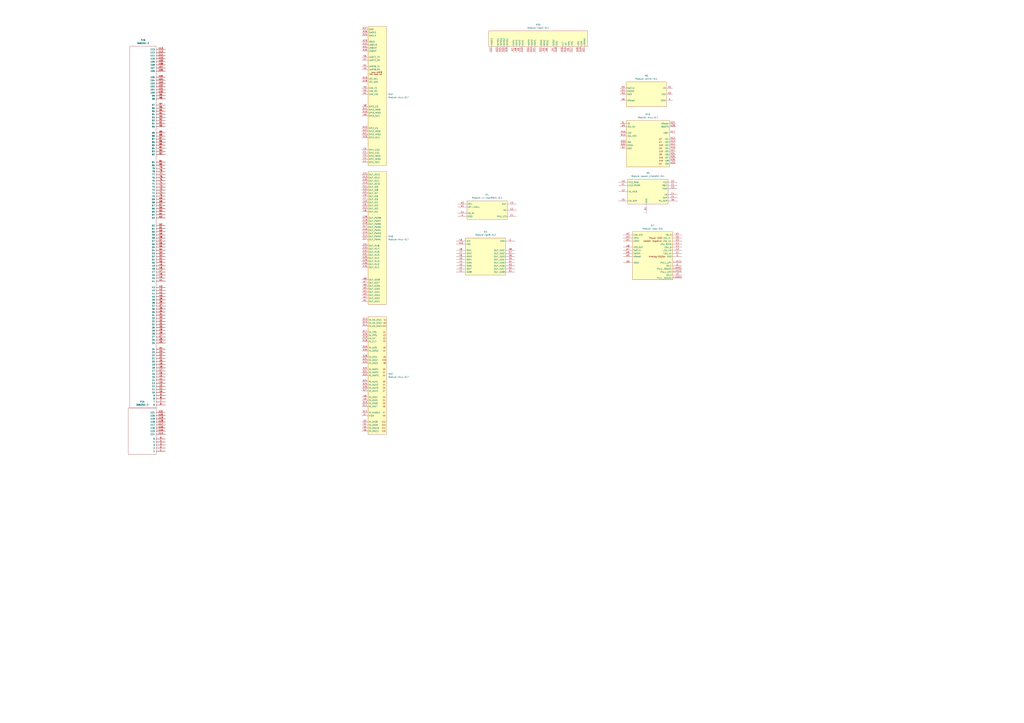
<source format=kicad_sch>
(kicad_sch (version 20231120) (generator "eeschema") (generator_version "8.0")
  (paper "A1")
  (title_block (title "Hellen121vag") (date "2022-10-14") (rev "d") (company "andreika @ rusEFI.com"))
  (lib_symbols
    (symbol "TE_368255-2:368255-2" (pin_names (offset 1.016))
      (property "Reference" "P" (at -1.27 0 0))
      (property "Value" "368255-2" (at 0 3.81 0))
      (symbol "368255-2_1_0"
        (rectangle (start -11.43 -22.86) (end 11.43 15.24))
      )
      (symbol "368255-2_1_1"
        (pin passive line (at -19.05 12.7 0) (length 7.62) (name "1") (number "1"))
        (pin passive line (at -19.05 -1.27 0) (length 7.62) (name "114") (number "114"))
        (pin passive line (at -19.05 -3.81 0) (length 7.62) (name "115") (number "115"))
        (pin passive line (at -19.05 -6.35 0) (length 7.62) (name "116") (number "116"))
        (pin passive line (at -19.05 -8.89 0) (length 7.62) (name "117") (number "117"))
        (pin passive line (at -19.05 -11.43 0) (length 7.62) (name "118") (number "118"))
        (pin passive line (at -19.05 -13.97 0) (length 7.62) (name "119") (number "119"))
        (pin passive line (at -19.05 -16.51 0) (length 7.62) (name "120") (number "120"))
        (pin passive line (at -19.05 -19.05 0) (length 7.62) (name "121") (number "121"))
        (pin passive line (at -19.05 10.16 0) (length 7.62) (name "2") (number "2"))
        (pin passive line (at -19.05 7.62 0) (length 7.62) (name "3") (number "3"))
        (pin passive line (at -19.05 5.08 0) (length 7.62) (name "4") (number "4"))
        (pin passive line (at -19.05 2.54 0) (length 7.62) (name "5") (number "5"))
      )
      (symbol "368255-2_2_1"
        (rectangle (start -11.43 -143.51) (end 10.16 153.67))
        (pin passive line (at -19.05 140.97 0) (length 7.62) (name "10") (number "10"))
        (pin passive line (at -19.05 -105.41 0) (length 7.62) (name "100") (number "100"))
        (pin passive line (at -19.05 -107.95 0) (length 7.62) (name "101") (number "101"))
        (pin passive line (at -19.05 -110.49 0) (length 7.62) (name "102") (number "102"))
        (pin passive line (at -19.05 -113.03 0) (length 7.62) (name "103") (number "103"))
        (pin passive line (at -19.05 -115.57 0) (length 7.62) (name "104") (number "104"))
        (pin passive line (at -19.05 -118.11 0) (length 7.62) (name "105") (number "105"))
        (pin passive line (at -19.05 -123.19 0) (length 7.62) (name "106") (number "106"))
        (pin passive line (at -19.05 -125.73 0) (length 7.62) (name "107") (number "107"))
        (pin passive line (at -19.05 -128.27 0) (length 7.62) (name "108") (number "108"))
        (pin passive line (at -19.05 -130.81 0) (length 7.62) (name "109") (number "109"))
        (pin passive line (at -19.05 138.43 0) (length 7.62) (name "11") (number "11"))
        (pin passive line (at -19.05 -133.35 0) (length 7.62) (name "110") (number "110"))
        (pin passive line (at -19.05 -135.89 0) (length 7.62) (name "111") (number "111"))
        (pin passive line (at -19.05 -138.43 0) (length 7.62) (name "112") (number "112"))
        (pin passive line (at -19.05 -140.97 0) (length 7.62) (name "113") (number "113"))
        (pin passive line (at -19.05 135.89 0) (length 7.62) (name "12") (number "12"))
        (pin passive line (at -19.05 133.35 0) (length 7.62) (name "13") (number "13"))
        (pin passive line (at -19.05 130.81 0) (length 7.62) (name "14") (number "14"))
        (pin passive line (at -19.05 128.27 0) (length 7.62) (name "15") (number "15"))
        (pin passive line (at -19.05 125.73 0) (length 7.62) (name "16") (number "16"))
        (pin passive line (at -19.05 123.19 0) (length 7.62) (name "17") (number "17"))
        (pin passive line (at -19.05 120.65 0) (length 7.62) (name "18") (number "18"))
        (pin passive line (at -19.05 118.11 0) (length 7.62) (name "19") (number "19"))
        (pin passive line (at -19.05 115.57 0) (length 7.62) (name "20") (number "20"))
        (pin passive line (at -19.05 113.03 0) (length 7.62) (name "21") (number "21"))
        (pin passive line (at -19.05 110.49 0) (length 7.62) (name "22") (number "22"))
        (pin passive line (at -19.05 107.95 0) (length 7.62) (name "23") (number "23"))
        (pin passive line (at -19.05 105.41 0) (length 7.62) (name "24") (number "24"))
        (pin passive line (at -19.05 100.33 0) (length 7.62) (name "25") (number "25"))
        (pin passive line (at -19.05 97.79 0) (length 7.62) (name "26") (number "26"))
        (pin passive line (at -19.05 95.25 0) (length 7.62) (name "27") (number "27"))
        (pin passive line (at -19.05 92.71 0) (length 7.62) (name "28") (number "28"))
        (pin passive line (at -19.05 90.17 0) (length 7.62) (name "29") (number "29"))
        (pin passive line (at -19.05 87.63 0) (length 7.62) (name "30") (number "30"))
        (pin passive line (at -19.05 85.09 0) (length 7.62) (name "31") (number "31"))
        (pin passive line (at -19.05 82.55 0) (length 7.62) (name "32") (number "32"))
        (pin passive line (at -19.05 80.01 0) (length 7.62) (name "33") (number "33"))
        (pin passive line (at -19.05 77.47 0) (length 7.62) (name "34") (number "34"))
        (pin passive line (at -19.05 74.93 0) (length 7.62) (name "35") (number "35"))
        (pin passive line (at -19.05 72.39 0) (length 7.62) (name "36") (number "36"))
        (pin passive line (at -19.05 69.85 0) (length 7.62) (name "37") (number "37"))
        (pin passive line (at -19.05 67.31 0) (length 7.62) (name "38") (number "38"))
        (pin passive line (at -19.05 64.77 0) (length 7.62) (name "39") (number "39"))
        (pin passive line (at -19.05 62.23 0) (length 7.62) (name "40") (number "40"))
        (pin passive line (at -19.05 59.69 0) (length 7.62) (name "41") (number "41"))
        (pin passive line (at -19.05 57.15 0) (length 7.62) (name "42") (number "42"))
        (pin passive line (at -19.05 54.61 0) (length 7.62) (name "43") (number "43"))
        (pin passive line (at -19.05 49.53 0) (length 7.62) (name "44") (number "44"))
        (pin passive line (at -19.05 46.99 0) (length 7.62) (name "45") (number "45"))
        (pin passive line (at -19.05 44.45 0) (length 7.62) (name "46") (number "46"))
        (pin passive line (at -19.05 41.91 0) (length 7.62) (name "47") (number "47"))
        (pin passive line (at -19.05 39.37 0) (length 7.62) (name "48") (number "48"))
        (pin passive line (at -19.05 36.83 0) (length 7.62) (name "49") (number "49"))
        (pin passive line (at -19.05 34.29 0) (length 7.62) (name "50") (number "50"))
        (pin passive line (at -19.05 31.75 0) (length 7.62) (name "51") (number "51"))
        (pin passive line (at -19.05 29.21 0) (length 7.62) (name "52") (number "52"))
        (pin passive line (at -19.05 26.67 0) (length 7.62) (name "53") (number "53"))
        (pin passive line (at -19.05 24.13 0) (length 7.62) (name "54") (number "54"))
        (pin passive line (at -19.05 21.59 0) (length 7.62) (name "55") (number "55"))
        (pin passive line (at -19.05 19.05 0) (length 7.62) (name "56") (number "56"))
        (pin passive line (at -19.05 16.51 0) (length 7.62) (name "57") (number "57"))
        (pin passive line (at -19.05 13.97 0) (length 7.62) (name "58") (number "58"))
        (pin passive line (at -19.05 11.43 0) (length 7.62) (name "59") (number "59"))
        (pin passive line (at -19.05 151.13 0) (length 7.62) (name "6") (number "6"))
        (pin passive line (at -19.05 8.89 0) (length 7.62) (name "60") (number "60"))
        (pin passive line (at -19.05 6.35 0) (length 7.62) (name "61") (number "61"))
        (pin passive line (at -19.05 3.81 0) (length 7.62) (name "62") (number "62"))
        (pin passive line (at -19.05 -2.54 0) (length 7.62) (name "63") (number "63"))
        (pin passive line (at -19.05 -5.08 0) (length 7.62) (name "64") (number "64"))
        (pin passive line (at -19.05 -7.62 0) (length 7.62) (name "65") (number "65"))
        (pin passive line (at -19.05 -10.16 0) (length 7.62) (name "66") (number "66"))
        (pin passive line (at -19.05 -12.7 0) (length 7.62) (name "67") (number "67"))
        (pin passive line (at -19.05 -15.24 0) (length 7.62) (name "68") (number "68"))
        (pin passive line (at -19.05 -17.78 0) (length 7.62) (name "69") (number "69"))
        (pin passive line (at -19.05 148.59 0) (length 7.62) (name "7") (number "7"))
        (pin passive line (at -19.05 -20.32 0) (length 7.62) (name "70") (number "70"))
        (pin passive line (at -19.05 -22.86 0) (length 7.62) (name "71") (number "71"))
        (pin passive line (at -19.05 -25.4 0) (length 7.62) (name "72") (number "72"))
        (pin passive line (at -19.05 -27.94 0) (length 7.62) (name "73") (number "73"))
        (pin passive line (at -19.05 -30.48 0) (length 7.62) (name "74") (number "74"))
        (pin passive line (at -19.05 -33.02 0) (length 7.62) (name "75") (number "75"))
        (pin passive line (at -19.05 -35.56 0) (length 7.62) (name "76") (number "76"))
        (pin passive line (at -19.05 -38.1 0) (length 7.62) (name "77") (number "77"))
        (pin passive line (at -19.05 -40.64 0) (length 7.62) (name "78") (number "78"))
        (pin passive line (at -19.05 -43.18 0) (length 7.62) (name "79") (number "79"))
        (pin passive line (at -19.05 146.05 0) (length 7.62) (name "8") (number "8"))
        (pin passive line (at -19.05 -45.72 0) (length 7.62) (name "80") (number "80"))
        (pin passive line (at -19.05 -48.26 0) (length 7.62) (name "81") (number "81"))
        (pin passive line (at -19.05 -54.61 0) (length 7.62) (name "82") (number "82"))
        (pin passive line (at -19.05 -57.15 0) (length 7.62) (name "83") (number "83"))
        (pin passive line (at -19.05 -59.69 0) (length 7.62) (name "84") (number "84"))
        (pin passive line (at -19.05 -62.23 0) (length 7.62) (name "85") (number "85"))
        (pin passive line (at -19.05 -64.77 0) (length 7.62) (name "86") (number "86"))
        (pin passive line (at -19.05 -67.31 0) (length 7.62) (name "87") (number "87"))
        (pin passive line (at -19.05 -69.85 0) (length 7.62) (name "88") (number "88"))
        (pin passive line (at -19.05 -72.39 0) (length 7.62) (name "89") (number "89"))
        (pin passive line (at -19.05 143.51 0) (length 7.62) (name "9") (number "9"))
        (pin passive line (at -19.05 -77.47 0) (length 7.62) (name "90") (number "90"))
        (pin passive line (at -19.05 -80.01 0) (length 7.62) (name "91") (number "91"))
        (pin passive line (at -19.05 -82.55 0) (length 7.62) (name "92") (number "92"))
        (pin passive line (at -19.05 -85.09 0) (length 7.62) (name "93") (number "93"))
        (pin passive line (at -19.05 -87.63 0) (length 7.62) (name "94") (number "94"))
        (pin passive line (at -19.05 -90.17 0) (length 7.62) (name "95") (number "95"))
        (pin passive line (at -19.05 -92.71 0) (length 7.62) (name "96") (number "96"))
        (pin passive line (at -19.05 -95.25 0) (length 7.62) (name "97") (number "97"))
        (pin passive line (at -19.05 -100.33 0) (length 7.62) (name "98") (number "98"))
        (pin passive line (at -19.05 -102.87 0) (length 7.62) (name "99") (number "99"))
      )
    )
    (symbol "ign8:Module-ign8-0.2"
      (property "Reference" "M" (at 0 0 0))
      (property "Value" "Module-ign8-0.2" (at 0 0 0))
      (symbol "Module-ign8-0.2_1_0"
        (rectangle (start 33.02 0) (end 0 -30.48) (fill (type background)))
        (pin passive line (at 40.64 -2.54 180) (length 7.62) (name "GND") (number "G"))
        (pin passive line (at 40.64 -27.94 180) (length 7.62) (name "OUT_IGN8") (number "S1"))
        (pin passive line (at 40.64 -25.4 180) (length 7.62) (name "OUT_IGN7") (number "S2"))
        (pin passive line (at 40.64 -22.86 180) (length 7.62) (name "OUT_IGN6") (number "S3"))
        (pin passive line (at 40.64 -20.32 180) (length 7.62) (name "OUT_IGN5") (number "S4"))
        (pin passive line (at 40.64 -17.78 180) (length 7.62) (name "OUT_IGN4") (number "S5"))
        (pin passive line (at 40.64 -15.24 180) (length 7.62) (name "OUT_IGN3") (number "S6"))
        (pin passive line (at 40.64 -12.7 180) (length 7.62) (name "OUT_IGN2") (number "S7"))
        (pin passive line (at 40.64 -10.16 180) (length 7.62) (name "OUT_IGN1") (number "S8"))
        (pin passive line (at -7.62 -27.94 0) (length 7.62) (name "IGN8") (number "V1"))
        (pin passive line (at -7.62 -5.08 0) (length 7.62) (name "V33") (number "V10"))
        (pin passive line (at -7.62 -25.4 0) (length 7.62) (name "IGN7") (number "V2"))
        (pin passive line (at -7.62 -22.86 0) (length 7.62) (name "IGN6") (number "V3"))
        (pin passive line (at -7.62 -20.32 0) (length 7.62) (name "IGN5") (number "V4"))
        (pin passive line (at -7.62 -17.78 0) (length 7.62) (name "IGN4") (number "V5"))
        (pin passive line (at -7.62 -15.24 0) (length 7.62) (name "IGN3") (number "V6"))
        (pin passive line (at -7.62 -12.7 0) (length 7.62) (name "IGN2") (number "V7"))
        (pin passive line (at -7.62 -10.16 0) (length 7.62) (name "IGN1") (number "V8"))
        (pin passive line (at -7.62 -2.54 0) (length 7.62) (name "VCC") (number "V9"))
      )
    )
    (symbol "input:Module-input-0.1"
      (property "Reference" "M" (at 0.762 3.302 0))
      (property "Value" "Module-input-0.1" (at 8.89 1.524 0))
      (symbol "Module-input-0.1_1_0"
        (rectangle (start 12.7 0) (end 0 -81.28) (fill (type background)))
        (pin passive line (at 17.78 -53.34 180) (length 5.08) (name "AUX1") (number "N10"))
        (pin passive line (at 17.78 -38.1 180) (length 5.08) (name "RES3") (number "N11"))
        (pin passive line (at 17.78 -48.26 180) (length 5.08) (name "MAP3") (number "N12"))
        (pin passive line (at 17.78 -45.72 180) (length 5.08) (name "MAP2") (number "N13"))
        (pin passive line (at 17.78 -43.18 180) (length 5.08) (name "MAP1") (number "N14"))
        (pin passive line (at 17.78 -17.78 180) (length 5.08) (name "IAT") (number "N15"))
        (pin passive line (at 17.78 -20.32 180) (length 5.08) (name "CLT") (number "N16"))
        (pin passive line (at 17.78 -12.7 180) (length 5.08) (name "TPS") (number "N17"))
        (pin passive line (at 17.78 -25.4 180) (length 5.08) (name "O2S") (number "N18"))
        (pin passive line (at 17.78 -5.08 180) (length 5.08) (name "CAM") (number "N19"))
        (pin passive line (at 17.78 -7.62 180) (length 5.08) (name "VSS") (number "N20"))
        (pin passive line (at 17.78 -2.54 180) (length 5.08) (name "CRANK") (number "N21"))
        (pin passive line (at 17.78 -78.74 180) (length 5.08) (name "KNOCK") (number "N22"))
        (pin passive line (at 17.78 -73.66 180) (length 5.08) (name "SENS4") (number "N23"))
        (pin passive line (at 17.78 -71.12 180) (length 5.08) (name "SENS3") (number "N24"))
        (pin passive line (at 17.78 -68.58 180) (length 5.08) (name "SENS2") (number "N25"))
        (pin passive line (at 17.78 -66.04 180) (length 5.08) (name "SENS1") (number "N26"))
        (pin passive line (at 17.78 -35.56 180) (length 5.08) (name "RES2") (number "N3"))
        (pin passive line (at 17.78 -27.94 180) (length 5.08) (name "O2S2") (number "N4"))
        (pin passive line (at 17.78 -15.24 180) (length 5.08) (name "PPS") (number "N5"))
        (pin passive line (at 17.78 -33.02 180) (length 5.08) (name "RES1") (number "N6"))
        (pin passive line (at 17.78 -60.96 180) (length 5.08) (name "AUX4") (number "N7"))
        (pin passive line (at 17.78 -58.42 180) (length 5.08) (name "AUX3") (number "N8"))
        (pin passive line (at 17.78 -55.88 180) (length 5.08) (name "AUX2") (number "N9"))
      )
      (symbol "Module-input-0.1_2_0"
        (rectangle (start 30.48 0) (end 0 -20.32) (fill (type background)))
        (pin passive line (at 35.56 -17.78 180) (length 5.08) (name "GND") (number "E1"))
        (pin passive line (at -5.08 -2.54 0) (length 5.08) (name "V5") (number "E2"))
        (pin passive line (at 35.56 -5.08 180) (length 5.08) (name "WBO_O2S2") (number "E3"))
        (pin passive line (at 35.56 -2.54 180) (length 5.08) (name "WBO_O2S") (number "E4"))
        (pin passive line (at -5.08 -7.62 0) (length 5.08) (name "V5A") (number "E5"))
        (pin passive line (at -5.08 -10.16 0) (length 5.08) (name "PULL_V5A") (number "J1"))
        (pin passive line (at 35.56 -12.7 180) (length 5.08) (name "PULL_GNDA") (number "J2"))
        (pin passive line (at -5.08 -5.08 0) (length 5.08) (name "V5A") (number "N1"))
        (pin passive line (at 35.56 -10.16 180) (length 5.08) (name "GNDA") (number "N2"))
        (pin passive line (at -5.08 -17.78 0) (length 5.08) (name "VREF2") (number "S13"))
        (pin passive line (at -5.08 -15.24 0) (length 5.08) (name "VREF1") (number "S14"))
      )
      (symbol "Module-input-0.1_3_0"
        (rectangle (start 15.24 0) (end 0 -81.28) (fill (type background)))
        (pin passive line (at -5.08 -66.04 0) (length 5.08) (name "IN_SENS1") (number "S1"))
        (pin passive line (at -5.08 -12.7 0) (length 5.08) (name "IN_TPS") (number "S10"))
        (pin passive line (at -5.08 -43.18 0) (length 5.08) (name "IN_MAP1") (number "S11"))
        (pin passive line (at -5.08 -45.72 0) (length 5.08) (name "IN_MAP2") (number "S12"))
        (pin passive line (at -5.08 -20.32 0) (length 5.08) (name "IN_CLT") (number "S15"))
        (pin passive line (at -5.08 -17.78 0) (length 5.08) (name "IN_IAT") (number "S16"))
        (pin passive line (at -5.08 -53.34 0) (length 5.08) (name "IN_AUX1") (number "S17"))
        (pin passive line (at -5.08 -55.88 0) (length 5.08) (name "IN_AUX2") (number "S18"))
        (pin passive line (at -5.08 -48.26 0) (length 5.08) (name "IN_MAP3") (number "S19"))
        (pin passive line (at -5.08 -68.58 0) (length 5.08) (name "IN_SENS2") (number "S2"))
        (pin passive line (at -5.08 -58.42 0) (length 5.08) (name "IN_AUX3") (number "S20"))
        (pin passive line (at -5.08 -60.96 0) (length 5.08) (name "IN_AUX4") (number "S21"))
        (pin passive line (at -5.08 -38.1 0) (length 5.08) (name "IN_RES3") (number "S22"))
        (pin passive line (at -5.08 -33.02 0) (length 5.08) (name "IN_RES1") (number "S23"))
        (pin passive line (at -5.08 -15.24 0) (length 5.08) (name "IN_PPS") (number "S24"))
        (pin passive line (at -5.08 -27.94 0) (length 5.08) (name "IN_O2S2") (number "S25"))
        (pin passive line (at -5.08 -35.56 0) (length 5.08) (name "IN_RES2") (number "S26"))
        (pin passive line (at -5.08 -71.12 0) (length 5.08) (name "IN_SENS3") (number "S3"))
        (pin passive line (at -5.08 -73.66 0) (length 5.08) (name "IN_SENS4") (number "S4"))
        (pin passive line (at -5.08 -5.08 0) (length 5.08) (name "IN_CAM") (number "S5"))
        (pin passive line (at -5.08 -7.62 0) (length 5.08) (name "IN_VSS") (number "S6"))
        (pin passive line (at -5.08 -78.74 0) (length 5.08) (name "IN_KNOCK") (number "S7"))
        (pin passive line (at -5.08 -2.54 0) (length 5.08) (name "IN_CRANK") (number "S8"))
        (pin passive line (at -5.08 -25.4 0) (length 5.08) (name "IN_O2S") (number "S9"))
      )
      (symbol "Module-input-0.1_4_0"
        (polyline (pts (xy 10.668 -20.32) (xy 11.303 -20.32)) (stroke (width 0.1524)))
        (polyline (pts (xy 10.668 -17.78) (xy 11.303 -17.78)) (stroke (width 0.1524)))
        (polyline (pts (xy 10.668 -15.24) (xy 11.303 -15.24)) (stroke (width 0.1524)))
        (polyline (pts (xy 10.668 -12.7) (xy 11.303 -12.7)) (stroke (width 0.1524)))
        (polyline (pts (xy 10.922 -38.1) (xy 11.557 -38.1)) (stroke (width 0.1524)))
        (polyline (pts (xy 10.922 -35.56) (xy 11.557 -35.56)) (stroke (width 0.1524)))
        (polyline (pts (xy 10.922 -33.02) (xy 11.557 -33.02)) (stroke (width 0.1524)))
        (polyline (pts (xy 11.43 -27.94) (xy 12.065 -27.94)) (stroke (width 0.1524)))
        (polyline (pts (xy 11.43 -25.4) (xy 12.065 -25.4)) (stroke (width 0.1524)))
        (polyline (pts (xy 12.446 -7.62) (xy 13.081 -7.62)) (stroke (width 0.1524)))
        (polyline (pts (xy 12.446 -5.08) (xy 13.081 -5.08)) (stroke (width 0.1524)))
        (polyline (pts (xy 12.446 -2.54) (xy 13.081 -2.54)) (stroke (width 0.1524)))
        (polyline (pts (xy 15.494 -20.32) (xy 16.129 -20.32)) (stroke (width 0.1524)))
        (polyline (pts (xy 15.494 -17.78) (xy 16.129 -17.78)) (stroke (width 0.1524)))
        (polyline (pts (xy 15.494 -15.24) (xy 16.129 -15.24)) (stroke (width 0.1524)))
        (polyline (pts (xy 15.494 -12.7) (xy 16.129 -12.7)) (stroke (width 0.1524)))
        (polyline (pts (xy 15.748 -38.1) (xy 16.383 -38.1)) (stroke (width 0.1524)))
        (polyline (pts (xy 15.748 -35.56) (xy 16.383 -35.56)) (stroke (width 0.1524)))
        (polyline (pts (xy 15.748 -33.02) (xy 16.383 -33.02)) (stroke (width 0.1524)))
        (polyline (pts (xy 16.256 -27.94) (xy 16.891 -27.94)) (stroke (width 0.1524)))
        (polyline (pts (xy 16.256 -25.4) (xy 16.891 -25.4)) (stroke (width 0.1524)))
        (polyline (pts (xy 17.272 -38.1) (xy 17.907 -38.1)) (stroke (width 0.1524)))
        (polyline (pts (xy 17.272 -7.62) (xy 17.907 -7.62)) (stroke (width 0.1524)))
        (polyline (pts (xy 17.272 -5.08) (xy 17.907 -5.08)) (stroke (width 0.1524)))
        (polyline (pts (xy 17.272 -2.54) (xy 17.907 -2.54)) (stroke (width 0.1524)))
        (polyline (pts (xy 17.526 -33.02) (xy 18.161 -33.02)) (stroke (width 0.1524)))
        (polyline (pts (xy 17.526 -30.48) (xy 18.161 -30.48)) (stroke (width 0.1524)))
        (polyline (pts (xy 17.526 -27.94) (xy 18.161 -27.94)) (stroke (width 0.1524)))
        (polyline (pts (xy 17.526 -25.4) (xy 18.161 -25.4)) (stroke (width 0.1524)))
        (polyline (pts (xy 18.542 -20.32) (xy 19.177 -20.32)) (stroke (width 0.1524)))
        (polyline (pts (xy 18.542 -17.78) (xy 19.177 -17.78)) (stroke (width 0.1524)))
        (polyline (pts (xy 18.542 -15.24) (xy 19.177 -15.24)) (stroke (width 0.1524)))
        (polyline (pts (xy 18.542 -12.7) (xy 19.177 -12.7)) (stroke (width 0.1524)))
        (polyline (pts (xy 18.542 -7.62) (xy 19.177 -7.62)) (stroke (width 0.1524)))
        (polyline (pts (xy 18.542 -5.08) (xy 19.177 -5.08)) (stroke (width 0.1524)))
        (polyline (pts (xy 18.542 -2.54) (xy 19.177 -2.54)) (stroke (width 0.1524)))
        (polyline (pts (xy 22.098 -38.1) (xy 22.733 -38.1)) (stroke (width 0.1524)))
        (polyline (pts (xy 22.352 -33.02) (xy 22.987 -33.02)) (stroke (width 0.1524)))
        (polyline (pts (xy 22.352 -30.48) (xy 22.987 -30.48)) (stroke (width 0.1524)))
        (polyline (pts (xy 22.352 -27.94) (xy 22.987 -27.94)) (stroke (width 0.1524)))
        (polyline (pts (xy 22.352 -25.4) (xy 22.987 -25.4)) (stroke (width 0.1524)))
        (polyline (pts (xy 23.368 -20.32) (xy 24.003 -20.32)) (stroke (width 0.1524)))
        (polyline (pts (xy 23.368 -17.78) (xy 24.003 -17.78)) (stroke (width 0.1524)))
        (polyline (pts (xy 23.368 -15.24) (xy 24.003 -15.24)) (stroke (width 0.1524)))
        (polyline (pts (xy 23.368 -12.7) (xy 24.003 -12.7)) (stroke (width 0.1524)))
        (polyline (pts (xy 23.368 -7.62) (xy 24.003 -7.62)) (stroke (width 0.1524)))
        (polyline (pts (xy 23.368 -5.08) (xy 24.003 -5.08)) (stroke (width 0.1524)))
        (polyline (pts (xy 23.368 -2.54) (xy 24.003 -2.54)) (stroke (width 0.1524)))
        (rectangle (start 11.43 -19.304) (end 15.494 -21.336) (stroke (width 0.1524)))
        (rectangle (start 11.43 -16.764) (end 15.494 -18.796) (stroke (width 0.1524)))
        (rectangle (start 11.43 -14.224) (end 15.494 -16.256) (stroke (width 0.1524)))
        (rectangle (start 11.43 -11.684) (end 15.494 -13.716) (stroke (width 0.1524)))
        (rectangle (start 11.684 -37.084) (end 15.748 -39.116) (stroke (width 0.1524)))
        (rectangle (start 11.684 -34.544) (end 15.748 -36.576) (stroke (width 0.1524)))
        (rectangle (start 11.684 -32.004) (end 15.748 -34.036) (stroke (width 0.1524)))
        (rectangle (start 12.192 -26.924) (end 16.256 -28.956) (stroke (width 0.1524)))
        (rectangle (start 12.192 -24.384) (end 16.256 -26.416) (stroke (width 0.1524)))
        (rectangle (start 13.208 -6.604) (end 17.272 -8.636) (stroke (width 0.1524)))
        (rectangle (start 13.208 -4.064) (end 17.272 -6.096) (stroke (width 0.1524)))
        (rectangle (start 13.208 -1.524) (end 17.272 -3.556) (stroke (width 0.1524)))
        (rectangle (start 18.034 -37.084) (end 22.098 -39.116) (stroke (width 0.1524)))
        (rectangle (start 18.288 -32.004) (end 22.352 -34.036) (stroke (width 0.1524)))
        (rectangle (start 18.288 -29.464) (end 22.352 -31.496) (stroke (width 0.1524)))
        (rectangle (start 18.288 -26.924) (end 22.352 -28.956) (stroke (width 0.1524)))
        (rectangle (start 18.288 -24.384) (end 22.352 -26.416) (stroke (width 0.1524)))
        (rectangle (start 19.304 -19.304) (end 23.368 -21.336) (stroke (width 0.1524)))
        (rectangle (start 19.304 -16.764) (end 23.368 -18.796) (stroke (width 0.1524)))
        (rectangle (start 19.304 -14.224) (end 23.368 -16.256) (stroke (width 0.1524)))
        (rectangle (start 19.304 -11.684) (end 23.368 -13.716) (stroke (width 0.1524)))
        (rectangle (start 19.304 -6.604) (end 23.368 -8.636) (stroke (width 0.1524)))
        (rectangle (start 19.304 -4.064) (end 23.368 -6.096) (stroke (width 0.1524)))
        (rectangle (start 19.304 -1.524) (end 23.368 -3.556) (stroke (width 0.1524)))
        (rectangle (start 35.56 0) (end 0 -40.64) (fill (type background)))
        (text "10k" (at 13.716 -38.1 0) (effects (font (size 1 1))))
        (text "10k" (at 21.336 -20.32 0) (effects (font (size 1 1))))
        (text "10k" (at 21.336 -17.78 0) (effects (font (size 1 1))))
        (text "10k" (at 21.336 -15.24 0) (effects (font (size 1 1))))
        (text "10k" (at 21.336 -12.7 0) (effects (font (size 1 1))))
        (text "10k" (at 21.336 -7.62 0) (effects (font (size 1 1))))
        (text "10k" (at 21.336 -5.08 0) (effects (font (size 1 1))))
        (text "10k" (at 21.336 -2.54 0) (effects (font (size 1 1))))
        (text "4.7k" (at 13.462 -20.32 0) (effects (font (size 1 1))))
        (text "4.7k" (at 13.462 -17.78 0) (effects (font (size 1 1))))
        (text "4.7k" (at 15.24 -7.62 0) (effects (font (size 1 1))))
        (text "4.7k" (at 15.24 -5.08 0) (effects (font (size 1 1))))
        (text "680k" (at 13.462 -15.24 0) (effects (font (size 1 1))))
        (text "680k" (at 13.462 -12.7 0) (effects (font (size 1 1))))
        (text "680k" (at 13.716 -35.56 0) (effects (font (size 1 1))))
        (text "680k" (at 13.716 -33.02 0) (effects (font (size 1 1))))
        (text "680k" (at 14.224 -27.94 0) (effects (font (size 1 1))))
        (text "680k" (at 14.224 -25.4 0) (effects (font (size 1 1))))
        (text "680k" (at 15.24 -2.54 0) (effects (font (size 1 1))))
        (text "680k" (at 20.066 -38.1 0) (effects (font (size 1 1))))
        (text "680k" (at 20.32 -33.02 0) (effects (font (size 1 1))))
        (text "680k" (at 20.32 -30.48 0) (effects (font (size 1 1))))
        (text "680k" (at 20.32 -27.94 0) (effects (font (size 1 1))))
        (text "680k" (at 20.32 -25.4 0) (effects (font (size 1 1))))
        (pin passive line (at 40.64 -12.7 180) (length 5.08) (name "PULL_AUX1") (number "J10"))
        (pin passive line (at -5.08 -38.1 0) (length 5.08) (name "PULL_RES3") (number "J11"))
        (pin passive line (at 40.64 -7.62 180) (length 5.08) (name "PULL_MAP3") (number "J12"))
        (pin passive line (at 40.64 -5.08 180) (length 5.08) (name "PULL_MAP2") (number "J13"))
        (pin passive line (at 40.64 -2.54 180) (length 5.08) (name "PULL_MAP1") (number "J14"))
        (pin passive line (at -5.08 -17.78 0) (length 5.08) (name "PULL_IAT") (number "J15"))
        (pin passive line (at -5.08 -20.32 0) (length 5.08) (name "PULL_CLT") (number "J16"))
        (pin passive line (at -5.08 -5.08 0) (length 5.08) (name "PULL_CAM") (number "J17"))
        (pin passive line (at -5.08 -7.62 0) (length 5.08) (name "PULL_VSS") (number "J18"))
        (pin passive line (at -5.08 -12.7 0) (length 5.08) (name "PULL_TPS") (number "J19"))
        (pin passive line (at -5.08 -25.4 0) (length 5.08) (name "PULL_O2S") (number "J20"))
        (pin passive line (at -5.08 -2.54 0) (length 5.08) (name "PULL_CRANK") (number "J21"))
        (pin passive line (at 40.64 -38.1 180) (length 5.08) (name "PULL_KNOCK") (number "J22"))
        (pin passive line (at 40.64 -33.02 180) (length 5.08) (name "PULL_SENS4") (number "J23"))
        (pin passive line (at 40.64 -30.48 180) (length 5.08) (name "PULL_SENS3") (number "J24"))
        (pin passive line (at 40.64 -27.94 180) (length 5.08) (name "PULL_SENS2") (number "J25"))
        (pin passive line (at 40.64 -25.4 180) (length 5.08) (name "PULL_SENS1") (number "J26"))
        (pin passive line (at -5.08 -35.56 0) (length 5.08) (name "PULL_RES2") (number "J3"))
        (pin passive line (at -5.08 -27.94 0) (length 5.08) (name "PULL_O2S2") (number "J4"))
        (pin passive line (at -5.08 -15.24 0) (length 5.08) (name "PULL_PPS") (number "J5"))
        (pin passive line (at -5.08 -33.02 0) (length 5.08) (name "PULL_RES1") (number "J6"))
        (pin passive line (at 40.64 -20.32 180) (length 5.08) (name "PULL_AUX4") (number "J7"))
        (pin passive line (at 40.64 -17.78 180) (length 5.08) (name "PULL_AUX3") (number "J8"))
        (pin passive line (at 40.64 -15.24 180) (length 5.08) (name "PULL_AUX2") (number "J9"))
      )
    )
    (symbol "mcu:Module-mcu-0.7"
      (property "Reference" "M" (at 0 0 0))
      (property "Value" "Module-mcu-0.7" (at 0 1.524 0))
      (symbol "Module-mcu-0.7_1_0"
        (rectangle (start 15.24 0) (end 0 -114.3) (fill (type background)))
        (text "F40x does not" (at 3.556 -74.93 0) (effects (font (size 1 1)) (justify left)))
        (text "have UART8" (at 3.556 -76.454 0) (effects (font (size 1 1)) (justify left)))
        (pin passive line (at 20.32 -2.54 180) (length 5.08) (name "SPI1_SCK") (number "E1"))
        (pin passive line (at 20.32 -5.08 180) (length 5.08) (name "SPI1_MISO") (number "E2"))
        (pin passive line (at 20.32 -7.62 180) (length 5.08) (name "SPI1_MOSI") (number "E3"))
        (pin passive line (at 20.32 -10.16 180) (length 5.08) (name "SPI1_CS1") (number "E4"))
        (pin passive line (at 20.32 -12.7 180) (length 5.08) (name "SPI1_CS2") (number "E5"))
        (pin passive line (at 20.32 -58.42 180) (length 5.08) (name "CAN_VIO") (number "N1"))
        (pin passive line (at 20.32 -43.18 180) (length 5.08) (name "SPI3_MISO") (number "N10"))
        (pin passive line (at 20.32 -45.72 180) (length 5.08) (name "SPI3_MOSI") (number "N11"))
        (pin passive line (at 20.32 -68.58 180) (length 5.08) (name "I2C_SDA") (number "N18"))
        (pin passive line (at 20.32 -71.12 180) (length 5.08) (name "I2C_SCL") (number "N19"))
        (pin passive line (at 20.32 -60.96 180) (length 5.08) (name "CAN_RX") (number "N2"))
        (pin passive line (at 20.32 -22.86 180) (length 5.08) (name "SPI2_SCK") (number "N20"))
        (pin passive line (at 20.32 -25.4 180) (length 5.08) (name "SPI2_MISO") (number "N21"))
        (pin passive line (at 20.32 -27.94 180) (length 5.08) (name "SPI2_MOSI") (number "N22"))
        (pin passive line (at 20.32 -30.48 180) (length 5.08) (name "SPI2_CS") (number "N23"))
        (pin passive line (at 20.32 -106.68 180) (length 5.08) (name "SWCLK") (number "N25"))
        (pin passive line (at 20.32 -109.22 180) (length 5.08) (name "SWDIO") (number "N26"))
        (pin passive line (at 20.32 -111.76 180) (length 5.08) (name "SWO") (number "N27"))
        (pin passive line (at 20.32 -101.6 180) (length 5.08) (name "VBUS") (number "N29"))
        (pin passive line (at 20.32 -63.5 180) (length 5.08) (name "CAN_TX") (number "N3"))
        (pin passive line (at 20.32 -93.98 180) (length 5.08) (name "USB1P") (number "N30"))
        (pin passive line (at 20.32 -96.52 180) (length 5.08) (name "USB1M") (number "N31"))
        (pin passive line (at 20.32 -99.06 180) (length 5.08) (name "USB1ID") (number "N32"))
        (pin passive line (at 20.32 -81.28 180) (length 5.08) (name "UART8_TX") (number "N4"))
        (pin passive line (at 20.32 -78.74 180) (length 5.08) (name "UART8_RX") (number "N5"))
        (pin passive line (at 20.32 -88.9 180) (length 5.08) (name "UART2_TX") (number "N6"))
        (pin passive line (at 20.32 -86.36 180) (length 5.08) (name "UART2_RX") (number "N7"))
        (pin passive line (at 20.32 -48.26 180) (length 5.08) (name "SPI3_CS") (number "N8"))
        (pin passive line (at 20.32 -40.64 180) (length 5.08) (name "SPI3_SCK") (number "N9"))
      )
      (symbol "Module-mcu-0.7_2_0"
        (rectangle (start 15.24 0) (end 0 -109.22) (fill (type background)))
        (pin passive line (at 20.32 -99.06 180) (length 5.08) (name "OUT_IO10") (number "E10"))
        (pin passive line (at 20.32 -96.52 180) (length 5.08) (name "OUT_IO9") (number "E11"))
        (pin passive line (at 20.32 -78.74 180) (length 5.08) (name "OUT_IO2") (number "E12"))
        (pin passive line (at 20.32 -104.14 180) (length 5.08) (name "OUT_IO12") (number "E13"))
        (pin passive line (at 20.32 -55.88 180) (length 5.08) (name "OUT_PWM2") (number "E14"))
        (pin passive line (at 20.32 -58.42 180) (length 5.08) (name "OUT_PWM3") (number "E15"))
        (pin passive line (at 20.32 -60.96 180) (length 5.08) (name "OUT_PWM4") (number "E16"))
        (pin passive line (at 20.32 -63.5 180) (length 5.08) (name "OUT_PWM5") (number "E17"))
        (pin passive line (at 20.32 -66.04 180) (length 5.08) (name "OUT_PWM6") (number "E18"))
        (pin passive line (at 20.32 -68.58 180) (length 5.08) (name "OUT_PWM7") (number "E19"))
        (pin passive line (at 20.32 -101.6 180) (length 5.08) (name "OUT_IO11") (number "E20"))
        (pin passive line (at 20.32 -91.44 180) (length 5.08) (name "OUT_IO7") (number "E21"))
        (pin passive line (at 20.32 -93.98 180) (length 5.08) (name "OUT_IO8") (number "E22"))
        (pin passive line (at 20.32 -83.82 180) (length 5.08) (name "OUT_IO4") (number "E23"))
        (pin passive line (at 20.32 -106.68 180) (length 5.08) (name "OUT_IO13") (number "E24"))
        (pin passive line (at 20.32 -30.48 180) (length 5.08) (name "OUT_INJ1") (number "E25"))
        (pin passive line (at 20.32 -33.02 180) (length 5.08) (name "OUT_INJ2") (number "E26"))
        (pin passive line (at 20.32 -53.34 180) (length 5.08) (name "OUT_PWM1") (number "E27"))
        (pin passive line (at 20.32 -71.12 180) (length 5.08) (name "OUT_PWM8") (number "E28"))
        (pin passive line (at 20.32 -35.56 180) (length 5.08) (name "OUT_INJ3") (number "E29"))
        (pin passive line (at 20.32 -38.1 180) (length 5.08) (name "OUT_INJ4") (number "E30"))
        (pin passive line (at 20.32 -40.64 180) (length 5.08) (name "OUT_INJ5") (number "E31"))
        (pin passive line (at 20.32 -43.18 180) (length 5.08) (name "OUT_INJ6") (number "E32"))
        (pin passive line (at 20.32 -45.72 180) (length 5.08) (name "OUT_INJ7") (number "E33"))
        (pin passive line (at 20.32 -48.26 180) (length 5.08) (name "OUT_INJ8") (number "E34"))
        (pin passive line (at 20.32 -81.28 180) (length 5.08) (name "OUT_IO3") (number "E6"))
        (pin passive line (at 20.32 -86.36 180) (length 5.08) (name "OUT_IO5") (number "E7"))
        (pin passive line (at 20.32 -76.2 180) (length 5.08) (name "OUT_IO1") (number "E8"))
        (pin passive line (at 20.32 -88.9 180) (length 5.08) (name "OUT_IO6") (number "E9"))
        (pin passive line (at 20.32 -2.54 180) (length 5.08) (name "OUT_IGN1") (number "W1"))
        (pin passive line (at 20.32 -5.08 180) (length 5.08) (name "OUT_IGN2") (number "W2"))
        (pin passive line (at 20.32 -7.62 180) (length 5.08) (name "OUT_IGN3") (number "W3"))
        (pin passive line (at 20.32 -10.16 180) (length 5.08) (name "OUT_IGN4") (number "W4"))
        (pin passive line (at 20.32 -12.7 180) (length 5.08) (name "OUT_IGN5") (number "W5"))
        (pin passive line (at 20.32 -15.24 180) (length 5.08) (name "OUT_IGN6") (number "W6"))
        (pin passive line (at 20.32 -17.78 180) (length 5.08) (name "OUT_IGN7") (number "W7"))
        (pin passive line (at 20.32 -20.32 180) (length 5.08) (name "OUT_IGN8") (number "W8"))
      )
      (symbol "Module-mcu-0.7_3_0"
        (rectangle (start 15.24 0) (end 0 -96.52) (fill (type background)))
        (text "E0" (at 13.208 -53.34 0) (effects (font (size 1.1 1.1) (italic yes))))
        (text "E0" (at 13.208 -43.18 0) (effects (font (size 1.1 1.1) (italic yes))))
        (text "E0" (at 13.462 -25.4 0) (effects (font (size 1.1 1.1) (italic yes))))
        (text "E1" (at 13.208 -45.72 0) (effects (font (size 1.1 1.1) (italic yes))))
        (text "E1" (at 13.462 -27.94 0) (effects (font (size 1.1 1.1) (italic yes))))
        (text "E1" (at 13.97 -2.54 0) (effects (font (size 1.1 1.1) (italic yes))))
        (text "E10" (at 13.208 -35.56 0) (effects (font (size 1.1 1.1) (italic yes))))
        (text "E11" (at 13.462 -7.62 0) (effects (font (size 1.1 1.1) (italic yes))))
        (text "E12" (at 12.954 -86.36 0) (effects (font (size 1.1 1.1) (italic yes))))
        (text "E13" (at 12.954 -88.9 0) (effects (font (size 1.1 1.1) (italic yes))))
        (text "E14" (at 12.954 -91.44 0) (effects (font (size 1.1 1.1) (italic yes))))
        (text "E15" (at 12.954 -93.98 0) (effects (font (size 1.1 1.1) (italic yes))))
        (text "E2" (at 13.208 -48.26 0) (effects (font (size 1.1 1.1) (italic yes))))
        (text "E2" (at 13.462 -20.066 0) (effects (font (size 1.1 1.1) (italic yes))))
        (text "E3" (at 13.208 -66.04 0) (effects (font (size 1.1 1.1) (italic yes))))
        (text "E3" (at 13.462 -17.78 0) (effects (font (size 1.1 1.1) (italic yes))))
        (text "E3" (at 13.462 -15.24 0) (effects (font (size 1.1 1.1) (italic yes))))
        (text "E4" (at 13.208 -68.58 0) (effects (font (size 1.1 1.1) (italic yes))))
        (text "E4" (at 13.208 -55.88 0) (effects (font (size 1.1 1.1) (italic yes))))
        (text "E4" (at 13.462 -12.7 0) (effects (font (size 1.1 1.1) (italic yes))))
        (text "E5" (at 13.208 -81.28 0) (effects (font (size 1.1 1.1) (italic yes))))
        (text "E5" (at 13.208 -71.12 0) (effects (font (size 1.1 1.1) (italic yes))))
        (text "E5" (at 13.208 -58.42 0) (effects (font (size 1.1 1.1) (italic yes))))
        (text "E6" (at 13.208 -73.66 0) (effects (font (size 1.1 1.1) (italic yes))))
        (text "E6" (at 13.716 -5.08 0) (effects (font (size 1.1 1.1) (italic yes))))
        (text "E7" (at 13.208 -78.74 0) (effects (font (size 1.1 1.1) (italic yes))))
        (text "E7" (at 13.208 -60.96 0) (effects (font (size 1.1 1.1) (italic yes))))
        (text "E8" (at 13.462 -38.1 0) (effects (font (size 1.1 1.1) (italic yes))))
        (text "E9" (at 13.462 -33.02 0) (effects (font (size 1.1 1.1) (italic yes))))
        (pin passive line (at -5.08 -71.12 0) (length 5.08) (name "IN_DIG6") (number "S10"))
        (pin passive line (at -5.08 -73.66 0) (length 5.08) (name "IN_DIG7") (number "S11"))
        (pin passive line (at -5.08 -78.74 0) (length 5.08) (name "IN_KNOCK") (number "S12"))
        (pin passive line (at -5.08 -2.54 0) (length 5.08) (name "IN_AN_DIG1") (number "S13"))
        (pin passive line (at -5.08 -7.62 0) (length 5.08) (name "IN_AN_DIG3") (number "S14"))
        (pin passive line (at -5.08 -5.08 0) (length 5.08) (name "IN_AN_DIG2") (number "S15"))
        (pin passive line (at -5.08 -25.4 0) (length 5.08) (name "IN_O2S") (number "S16"))
        (pin passive line (at -5.08 -12.7 0) (length 5.08) (name "IN_TPS") (number "S17"))
        (pin passive line (at -5.08 -20.32 0) (length 5.08) (name "IN_CLT") (number "S18"))
        (pin passive line (at -5.08 -17.78 0) (length 5.08) (name "IN_IAT") (number "S19"))
        (pin passive line (at -5.08 -43.18 0) (length 5.08) (name "IN_MAP1") (number "S20"))
        (pin passive line (at -5.08 -45.72 0) (length 5.08) (name "IN_MAP2") (number "S21"))
        (pin passive line (at -5.08 -48.26 0) (length 5.08) (name "IN_MAP3") (number "S22"))
        (pin passive line (at -5.08 -38.1 0) (length 5.08) (name "IN_DIG3") (number "S23"))
        (pin passive line (at -5.08 -53.34 0) (length 5.08) (name "IN_AUX1") (number "S24"))
        (pin passive line (at -5.08 -55.88 0) (length 5.08) (name "IN_AUX2") (number "S25"))
        (pin passive line (at -5.08 -58.42 0) (length 5.08) (name "IN_AUX3") (number "S26"))
        (pin passive line (at -5.08 -60.96 0) (length 5.08) (name "IN_AUX4") (number "S27"))
        (pin passive line (at -5.08 -33.02 0) (length 5.08) (name "IN_DIG1") (number "S28"))
        (pin passive line (at -5.08 -15.24 0) (length 5.08) (name "IN_PPS") (number "S29"))
        (pin passive line (at -5.08 -86.36 0) (length 5.08) (name "IN_DIG8") (number "S3"))
        (pin passive line (at -5.08 -27.94 0) (length 5.08) (name "IN_O2S2") (number "S30"))
        (pin passive line (at -5.08 -35.56 0) (length 5.08) (name "IN_DIG2") (number "S31"))
        (pin passive line (at -5.08 -88.9 0) (length 5.08) (name "IN_DIG9") (number "S4"))
        (pin passive line (at -5.08 -91.44 0) (length 5.08) (name "IN_DIG10") (number "S5"))
        (pin passive line (at -5.08 -93.98 0) (length 5.08) (name "IN_DIG11") (number "S6"))
        (pin passive line (at -5.08 -81.28 0) (length 5.08) (name "VIGN") (number "S7"))
        (pin passive line (at -5.08 -66.04 0) (length 5.08) (name "IN_DIG4") (number "S8"))
        (pin passive line (at -5.08 -68.58 0) (length 5.08) (name "IN_DIG5") (number "S9"))
      )
      (symbol "Module-mcu-0.7_4_0"
        (rectangle (start 0 0) (end 35.56 -38.1) (fill (type background)))
        (text "E10" (at 28.448 -33.02 0) (effects (font (size 1.1 1.1) (italic yes))))
        (text "E10" (at 28.448 -20.32 0) (effects (font (size 1.1 1.1) (italic yes))))
        (text "E15" (at 28.448 -30.48 0) (effects (font (size 1.1 1.1) (italic yes))))
        (text "E15" (at 28.448 -25.4 0) (effects (font (size 1.1 1.1) (italic yes))))
        (text "E2" (at 27.94 -35.56 0) (effects (font (size 1.1 1.1) (italic yes))))
        (text "E2" (at 27.94 -15.24 0) (effects (font (size 1.1 1.1) (italic yes))))
        (text "E7" (at 27.94 -17.78 0) (effects (font (size 1.1 1.1) (italic yes))))
        (text "E8" (at 27.94 -27.94 0) (effects (font (size 1.1 1.1) (italic yes))))
        (text "E9" (at 27.94 -22.86 0) (effects (font (size 1.1 1.1) (italic yes))))
        (pin passive line (at 40.64 -15.24 180) (length 5.08) (name "IO1") (number "N12"))
        (pin passive line (at 40.64 -17.78 180) (length 5.08) (name "IO2") (number "N13"))
        (pin passive line (at 40.64 -20.32 180) (length 5.08) (name "IO3") (number "N14"))
        (pin passive line (at 40.64 -22.86 180) (length 5.08) (name "IO4") (number "N15"))
        (pin passive line (at -5.08 -10.16 0) (length 5.08) (name "V33") (number "N16"))
        (pin passive line (at 40.64 -10.16 180) (length 5.08) (name "VBAT") (number "N17"))
        (pin passive line (at 40.64 -2.54 180) (length 5.08) (name "nReset") (number "N24"))
        (pin passive line (at 40.64 -5.08 180) (length 5.08) (name "BOOT0") (number "N28"))
        (pin passive line (at 40.64 -35.56 180) (length 5.08) (name "IO9") (number "N33"))
        (pin passive line (at 40.64 -27.94 180) (length 5.08) (name "IO6") (number "N34"))
        (pin passive line (at 40.64 -30.48 180) (length 5.08) (name "IO7") (number "N35"))
        (pin passive line (at 40.64 -33.02 180) (length 5.08) (name "IO8") (number "N36"))
        (pin passive line (at 40.64 -25.4 180) (length 5.08) (name "IO5") (number "N37"))
        (pin passive line (at -5.08 -2.54 0) (length 5.08) (name "V5") (number "S1"))
        (pin passive line (at -5.08 -22.86 0) (length 5.08) (name "GND") (number "S2"))
        (pin passive line (at -5.08 -20.32 0) (length 5.08) (name "GNDA") (number "S32"))
        (pin passive line (at -5.08 -17.78 0) (length 5.08) (name "V5A") (number "S33"))
        (pin passive line (at -5.08 -12.7 0) (length 5.08) (name "IGN_V33") (number "W10"))
        (pin passive line (at -5.08 -5.08 0) (length 5.08) (name "IGN_V5") (number "W9"))
      )
    )
    (symbol "power_12and5V:Module-power_12and5V-0.1"
      (property "Reference" "M" (at 1.27 1.27 0))
      (property "Value" "Module-power_12and5V-0.1" (at -1.27 3.81 0))
      (symbol "Module-power_12and5V-0.1_1_0"
        (rectangle (start 33.02 0) (end 0 -20.32) (fill (type background)))
        (pin passive line (at 40.64 -5.08 180) (length 7.62) (name "VBAT") (number "E1"))
        (pin passive line (at 40.64 -2.54 180) (length 7.62) (name "V12") (number "E2"))
        (pin passive line (at 40.64 -7.62 180) (length 7.62) (name "VIGN") (number "E3"))
        (pin passive line (at 40.64 -12.7 180) (length 7.62) (name "V5") (number "E4"))
        (pin passive line (at -7.62 -17.78 0) (length 7.62) (name "EN_5VP") (number "E5"))
        (pin passive line (at 40.64 -17.78 180) (length 7.62) (name "PG_5VP") (number "E6"))
        (pin passive line (at 15.24 -27.94 90) (length 7.62) (name "GND") (number "S1"))
        (pin passive line (at -7.62 -5.08 0) (length 7.62) (name "V12_PERM") (number "V1"))
        (pin passive line (at -7.62 -10.16 0) (length 7.62) (name "IN_VIGN") (number "V2"))
        (pin passive line (at -7.62 -2.54 0) (length 7.62) (name "V12_RAW") (number "V3"))
        (pin passive line (at 40.64 -15.24 180) (length 7.62) (name "5VP") (number "V4"))
      )
    )
    (symbol "stlink:Module-stlink-0.1"
      (property "Reference" "M" (at 0 0 0))
      (property "Value" "Module-stlink-0.1" (at 0 0 0))
      (symbol "Module-stlink-0.1_1_0"
        (rectangle (start 33.02 0) (end 0 -20.32) (fill (type background)))
        (pin passive line (at 38.1 -15.24 180) (length 5.08) (name "GND") (number "G"))
        (pin passive line (at 38.1 -5.08 180) (length 5.08) (name "V5") (number "N1"))
        (pin passive line (at 38.1 -10.16 180) (length 5.08) (name "V33") (number "N2"))
        (pin passive line (at -5.08 -10.16 0) (length 5.08) (name "SWO") (number "N3"))
        (pin passive line (at -5.08 -7.62 0) (length 5.08) (name "SWDIO") (number "N4"))
        (pin passive line (at -5.08 -5.08 0) (length 5.08) (name "SWCLK") (number "N5"))
        (pin passive line (at -5.08 -15.24 0) (length 5.08) (name "nReset") (number "N6"))
      )
    )
    (symbol "vr-max9924:Module-vr-max9924-0.1"
      (property "Reference" "M" (at 1.27 1.27 0))
      (property "Value" "Module-vr-max9924-0.1" (at 16.51 -16.51 0))
      (symbol "Module-vr-max9924-0.1_1_0"
        (rectangle (start 0 0) (end 33.02 -15.24) (fill (type background)))
        (pin passive line (at 40.64 -12.7 180) (length 7.62) (name "HALL_EN") (number "E1"))
        (pin passive line (at 40.64 -7.62 180) (length 7.62) (name "NC") (number "E2"))
        (pin passive line (at 40.64 -2.54 180) (length 7.62) (name "OUT") (number "E3"))
        (pin passive line (at -7.62 -10.16 0) (length 7.62) (name "V5_IN") (number "E4"))
        (pin passive line (at -7.62 -12.7 0) (length 7.62) (name "GND") (number "G"))
        (pin passive line (at -7.62 -5.08 0) (length 7.62) (name "VR-/HALL") (number "W1"))
        (pin passive line (at -7.62 -2.54 0) (length 7.62) (name "VR+") (number "W2"))
      )
    )
    (symbol "wbo:Module-wbo-0.5"
      (property "Reference" "M" (at 1.27 1.27 0))
      (property "Value" "Module-wbo-0.5" (at 8.89 -40.64 0))
      (symbol "Module-wbo-0.5_0_0"
        (text "Analog/digital" (at 20.32 -20.32 0) (effects (font (size 1.27 1.27))))
        (text "Heater negative" (at 16.51 -7.62 0) (effects (font (size 1.27 1.27))))
        (text "Power GND" (at 19.05 -5.08 0) (effects (font (size 1.27 1.27))))
      )
      (symbol "Module-wbo-0.5_1_0"
        (rectangle (start 0 0) (end 33.02 -39.37) (fill (type background)))
        (pin passive line (at 40.64 -17.78 180) (length 7.62) (name "LSU_Un") (number "E1"))
        (pin passive line (at 40.64 -15.24 180) (length 7.62) (name "LSU_Vm") (number "E2"))
        (pin passive line (at 40.64 -12.7 180) (length 7.62) (name "LSU_Ip") (number "E3"))
        (pin passive line (at 40.64 -10.16 180) (length 7.62) (name "LSU_Rtrim") (number "E4"))
        (pin passive line (at 40.64 -7.62 180) (length 7.62) (name "LSU_H+") (number "E5"))
        (pin passive line (at 40.64 -5.08 180) (length 7.62) (name "LSU_H-") (number "E6"))
        (pin passive line (at 40.64 -20.32 180) (length 7.62) (name "GND") (number "G"))
        (pin passive line (at 40.64 -27.94 180) (length 7.62) (name "SEL1") (number "J1"))
        (pin passive line (at 40.64 -35.56 180) (length 7.62) (name "SEL2") (number "J2"))
        (pin passive line (at 40.64 -30.48 180) (length 7.62) (name "PULL_DOWN1") (number "J_GND1"))
        (pin passive line (at 40.64 -38.1 180) (length 7.62) (name "PULL_DOWN2") (number "J_GND2"))
        (pin passive line (at 40.64 -25.4 180) (length 7.62) (name "PULL_UP1") (number "J_VCC1"))
        (pin passive line (at 40.64 -33.02 180) (length 7.62) (name "PULL_UP2") (number "J_VCC2"))
        (pin passive line (at 40.64 -2.54 180) (length 7.62) (name "V5_IN") (number "W1"))
        (pin passive line (at -7.62 -2.54 0) (length 7.62) (name "CAN_VIO") (number "W2"))
        (pin passive line (at -7.62 -5.08 0) (length 7.62) (name "CANL") (number "W3"))
        (pin passive line (at -7.62 -7.62 0) (length 7.62) (name "CANH") (number "W4"))
        (pin passive line (at -7.62 -20.32 0) (length 7.62) (name "nReset") (number "W5"))
        (pin passive line (at -7.62 -17.78 0) (length 7.62) (name "SWDIO") (number "W6"))
        (pin passive line (at -7.62 -15.24 0) (length 7.62) (name "SWCLK") (number "W7"))
        (pin passive line (at -7.62 -12.7 0) (length 7.62) (name "V33_OUT") (number "W8"))
        (pin passive line (at -7.62 -25.4 0) (length 7.62) (name "VDDA") (number "W9"))
      )
    )
  )
  (symbol (lib_id "stlink:Module-stlink-0.1") (at 514.35 67.31 0) (unit 1)
    (property "Reference" "M6" (at 530.86 62.23 0))
    (property "Value" "Module-stlink-0.1" (at 530.86 64.77 0))
    (property "Footprint" "ST_LINK:stlink" (effects (hide yes)))
    (property "Description" "Hellen-One ST/Link Module" (effects (hide yes)))
  )
  (symbol (lib_id "power_12and5V:Module-power_12and5V-0.1") (at 515.62 147.32 0) (unit 1)
    (property "Reference" "M5" (at 532.13 142.24 0))
    (property "Value" "Module-power_12and5V-0.1" (at 532.13 144.78 0))
    (property "Footprint" "POWER:power_12and5V" (effects (hide yes)))
    (property "Description" "Hellen-One Power_12and5V Module" (effects (hide yes)))
  )
  (symbol (lib_id "input:Module-input-0.1") (at 482.6 25.4 270) (unit 1)
    (property "Reference" "M3" (at 441.96 20.32 90))
    (property "Value" "Module-input-0.1" (at 441.96 22.86 90))
    (property "Footprint" "INPUT:input" (effects (hide yes)))
    (property "Description" "Hellen-One Analog/Digital Inputs Module" (effects (hide yes)))
  )
  (symbol (lib_id "vr-max9924:Module-vr-max9924-0.1") (at 383.54 165.1 0) (unit 1)
    (property "Reference" "M1" (at 400.05 160.02 0))
    (property "Value" "Module-vr-max9924-0.1" (at 400.05 162.56 0))
    (property "Footprint" "VR_9924:vr-max9924" (effects (hide yes)))
  )
  (symbol (lib_id "TE_368255-2:368255-2") (at 116.84 181.61 180) (unit 2)
    (property "Reference" "P2" (at 117.475 33.02 0))
    (property "Value" "368255-2" (at 117.475 35.56 0))
    (property "Footprint" "kicad6-libraries:TE_368255-2" (effects (hide yes)))
    (property "LCSC" "C392284" (effects (hide yes)))
  )
  (symbol (lib_id "ign8:Module-ign8-0.2") (at 382.27 195.58 0) (unit 1)
    (property "Reference" "M2" (at 398.78 190.5 0))
    (property "Value" "Module-ign8-0.2" (at 398.78 193.04 0))
    (property "Footprint" "IGN:ign8" (effects (hide yes)))
    (property "Description" "Hellen-One 8-ch Ignition Module" (effects (hide yes)))
  )
  (symbol (lib_id "mcu:Module-mcu-0.7") (at 317.5 250.19 180) (unit 2)
    (property "Reference" "M4" (at 318.77 194.3099 0) (effects (justify right)))
    (property "Value" "Module-mcu-0.7" (at 318.77 196.8499 0) (effects (justify right)))
    (property "Footprint" "MCU:mcu" (effects (hide yes)))
    (property "Description" "Hellen One MCU Module" (effects (hide yes)))
  )
  (symbol (lib_id "mcu:Module-mcu-0.7") (at 514.35 99.06 0) (unit 4)
    (property "Reference" "M4" (at 532.13 93.98 0))
    (property "Value" "Module-mcu-0.7" (at 532.13 96.52 0))
    (property "Footprint" "MCU:mcu" (effects (hide yes)))
    (property "Description" "Hellen One MCU Module" (effects (hide yes)))
  )
  (symbol (lib_id "mcu:Module-mcu-0.7") (at 302.26 260.35 0) (unit 3)
    (property "Reference" "M4" (at 318.77 307.3399 0) (effects (justify left)))
    (property "Value" "Module-mcu-0.7" (at 318.77 309.8799 0) (effects (justify left)))
    (property "Footprint" "MCU:mcu" (effects (hide yes)))
    (property "Description" "Hellen One MCU Module" (effects (hide yes)))
  )
  (symbol (lib_id "wbo:Module-wbo-0.5") (at 519.43 190.5 0) (unit 1)
    (property "Reference" "M7" (at 535.94 185.42 0))
    (property "Value" "Module-wbo-0.5" (at 535.94 187.96 0))
    (property "Footprint" "WBO:wbo" (effects (hide yes)))
  )
  (symbol (lib_id "TE_368255-2:368255-2") (at 116.84 358.14 180) (unit 1)
    (property "Reference" "P2" (at 116.84 330.2 0))
    (property "Value" "368255-2" (at 116.84 332.74 0))
    (property "Footprint" "kicad6-libraries:TE_368255-2" (effects (hide yes)))
    (property "LCSC" "C392284" (effects (hide yes)))
  )
  (symbol (lib_id "mcu:Module-mcu-0.7") (at 317.5 135.89 180) (unit 1)
    (property "Reference" "M4" (at 318.77 77.4699 0) (effects (justify right)))
    (property "Value" "Module-mcu-0.7" (at 318.77 80.0099 0) (effects (justify right)))
    (property "Footprint" "MCU:mcu" (effects (hide yes)))
    (property "Description" "Hellen One MCU Module" (effects (hide yes)))
  )
)
</source>
